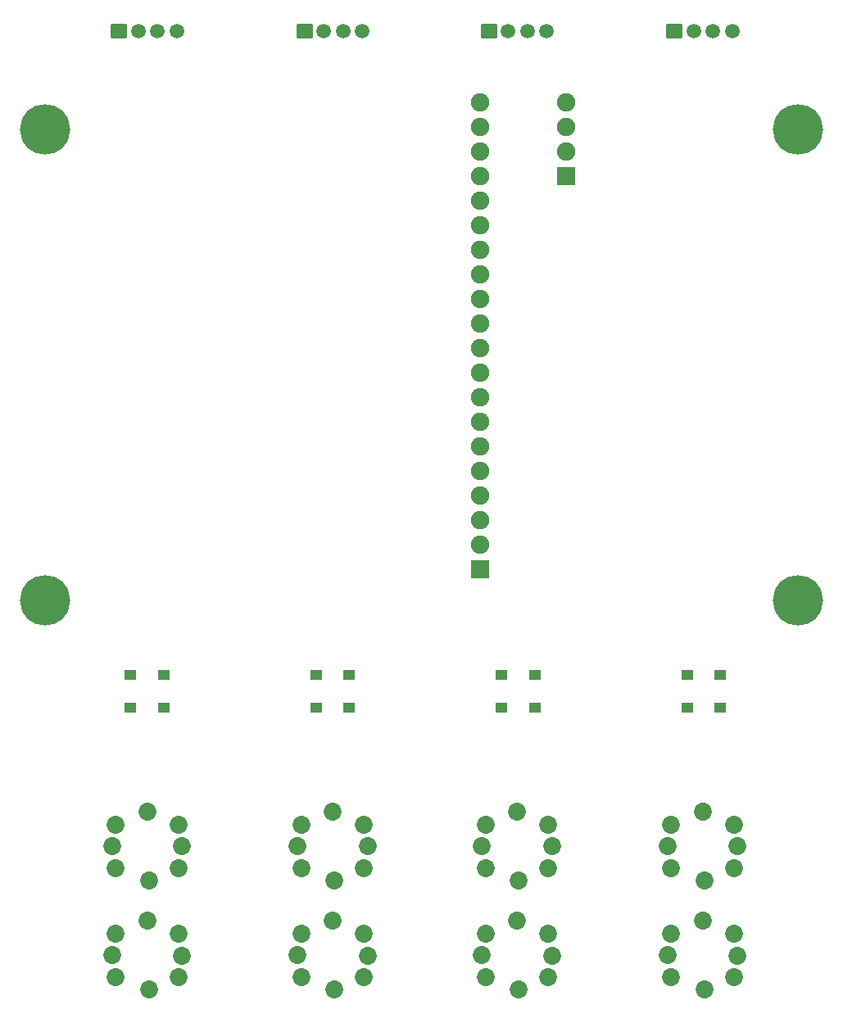
<source format=gts>
G04 Layer: TopSolderMaskLayer*
G04 EasyEDA v6.5.29, 2023-07-18 10:40:53*
G04 4c059b13f8394eaabd7c1ccd551ef848,5a6b42c53f6a479593ecc07194224c93,10*
G04 Gerber Generator version 0.2*
G04 Scale: 100 percent, Rotated: No, Reflected: No *
G04 Dimensions in millimeters *
G04 leading zeros omitted , absolute positions ,4 integer and 5 decimal *
%FSLAX45Y45*%
%MOMM*%

%AMMACRO1*1,1,$1,$2,$3*1,1,$1,$4,$5*1,1,$1,0-$2,0-$3*1,1,$1,0-$4,0-$5*20,1,$1,$2,$3,$4,$5,0*20,1,$1,$4,$5,0-$2,0-$3,0*20,1,$1,0-$2,0-$3,0-$4,0-$5,0*20,1,$1,0-$4,0-$5,$2,$3,0*4,1,4,$2,$3,$4,$5,0-$2,0-$3,0-$4,0-$5,$2,$3,0*%
%ADD10C,1.9016*%
%ADD11MACRO1,0.1016X0.85X0.9X0.85X-0.9*%
%ADD12MACRO1,0.1016X0.9X-0.9X0.9X0.9*%
%ADD13C,1.8532*%
%ADD14MACRO1,0.1016X0.575X0.475X0.575X-0.475*%
%ADD15C,1.5016*%
%ADD16MACRO1,0.1016X-0.762X0.7X0.762X0.7*%
%ADD17C,5.2032*%

%LPD*%
D10*
G01*
X6021095Y10153192D03*
D11*
G01*
X6021094Y9391192D03*
D10*
G01*
X6021095Y9645192D03*
G01*
X6021095Y9899192D03*
G01*
X5132095Y10153192D03*
D12*
G01*
X5132095Y5327192D03*
D10*
G01*
X5132095Y5581192D03*
G01*
X5132095Y5835192D03*
G01*
X5132095Y6089192D03*
G01*
X5132095Y6343192D03*
G01*
X5132095Y6597192D03*
G01*
X5132095Y6851192D03*
G01*
X5132095Y7105192D03*
G01*
X5132095Y7359192D03*
G01*
X5132095Y7613192D03*
G01*
X5132095Y7867192D03*
G01*
X5132095Y8121192D03*
G01*
X5132095Y8375192D03*
G01*
X5132095Y8629192D03*
G01*
X5132095Y8883192D03*
G01*
X5132095Y9137192D03*
G01*
X5132095Y9391192D03*
G01*
X5132095Y9645192D03*
G01*
X5132095Y9899192D03*
D13*
G01*
X2019300Y2235200D03*
G01*
X1369288Y2235200D03*
G01*
X2019300Y2685211D03*
G01*
X1369288Y2685211D03*
G01*
X1694306Y2820187D03*
G01*
X2054301Y2460193D03*
G01*
X1714500Y2108200D03*
G01*
X1333500Y2463800D03*
G01*
X3937000Y2235200D03*
G01*
X3286988Y2235200D03*
G01*
X3937000Y2685211D03*
G01*
X3286988Y2685211D03*
G01*
X3612006Y2820187D03*
G01*
X3972001Y2460193D03*
G01*
X3632200Y2108200D03*
G01*
X3251200Y2463800D03*
G01*
X5842000Y2235200D03*
G01*
X5191988Y2235200D03*
G01*
X5842000Y2685211D03*
G01*
X5191988Y2685211D03*
G01*
X5517006Y2820187D03*
G01*
X5877001Y2460193D03*
G01*
X5537200Y2108200D03*
G01*
X5156200Y2463800D03*
G01*
X7759700Y2235200D03*
G01*
X7109688Y2235200D03*
G01*
X7759700Y2685211D03*
G01*
X7109688Y2685211D03*
G01*
X7434706Y2820187D03*
G01*
X7794701Y2460193D03*
G01*
X7454900Y2108200D03*
G01*
X7073900Y2463800D03*
G01*
X2019300Y1104900D03*
G01*
X1369288Y1104900D03*
G01*
X2019300Y1554911D03*
G01*
X1369288Y1554911D03*
G01*
X1694306Y1689887D03*
G01*
X2054301Y1329893D03*
G01*
X1714500Y977900D03*
G01*
X1333500Y1333500D03*
G01*
X3937000Y1104900D03*
G01*
X3286988Y1104900D03*
G01*
X3937000Y1554911D03*
G01*
X3286988Y1554911D03*
G01*
X3612006Y1689887D03*
G01*
X3972001Y1329893D03*
G01*
X3632200Y977900D03*
G01*
X3251200Y1333500D03*
G01*
X5842000Y1104900D03*
G01*
X5191988Y1104900D03*
G01*
X5842000Y1554911D03*
G01*
X5191988Y1554911D03*
G01*
X5517006Y1689887D03*
G01*
X5877001Y1329893D03*
G01*
X5537200Y977900D03*
G01*
X5156200Y1333500D03*
G01*
X7759700Y1104900D03*
G01*
X7109688Y1104900D03*
G01*
X7759700Y1554911D03*
G01*
X7109688Y1554911D03*
G01*
X7434706Y1689887D03*
G01*
X7794701Y1329893D03*
G01*
X7454900Y977900D03*
G01*
X7073900Y1333500D03*
D14*
G01*
X1866900Y4233240D03*
G01*
X1866900Y3894759D03*
G01*
X3441700Y4233240D03*
G01*
X3441700Y3894759D03*
G01*
X1524000Y4233240D03*
G01*
X1524000Y3894759D03*
G01*
X3784602Y4233240D03*
G01*
X3784602Y3894759D03*
G01*
X5702305Y4233240D03*
G01*
X5702305Y3894759D03*
G01*
X5359402Y4233240D03*
G01*
X5359402Y3894759D03*
G01*
X7620007Y4233240D03*
G01*
X7620007Y3894759D03*
G01*
X7277105Y4233240D03*
G01*
X7277105Y3894759D03*
D15*
G01*
X3919499Y10883900D03*
G01*
X3719499Y10883900D03*
G01*
X3519500Y10883900D03*
D16*
G01*
X3319500Y10883900D03*
D15*
G01*
X5824499Y10883900D03*
G01*
X5624499Y10883900D03*
G01*
X5424500Y10883900D03*
D16*
G01*
X5224500Y10883900D03*
D15*
G01*
X7742199Y10883900D03*
G01*
X7542199Y10883900D03*
G01*
X7342200Y10883900D03*
D16*
G01*
X7142200Y10883900D03*
D15*
G01*
X2001799Y10883900D03*
G01*
X1801799Y10883900D03*
G01*
X1601800Y10883900D03*
D16*
G01*
X1401800Y10883900D03*
D17*
G01*
X8421395Y9873792D03*
G01*
X641400Y9873792D03*
G01*
X8421395Y5003800D03*
G01*
X641400Y5003800D03*
M02*

</source>
